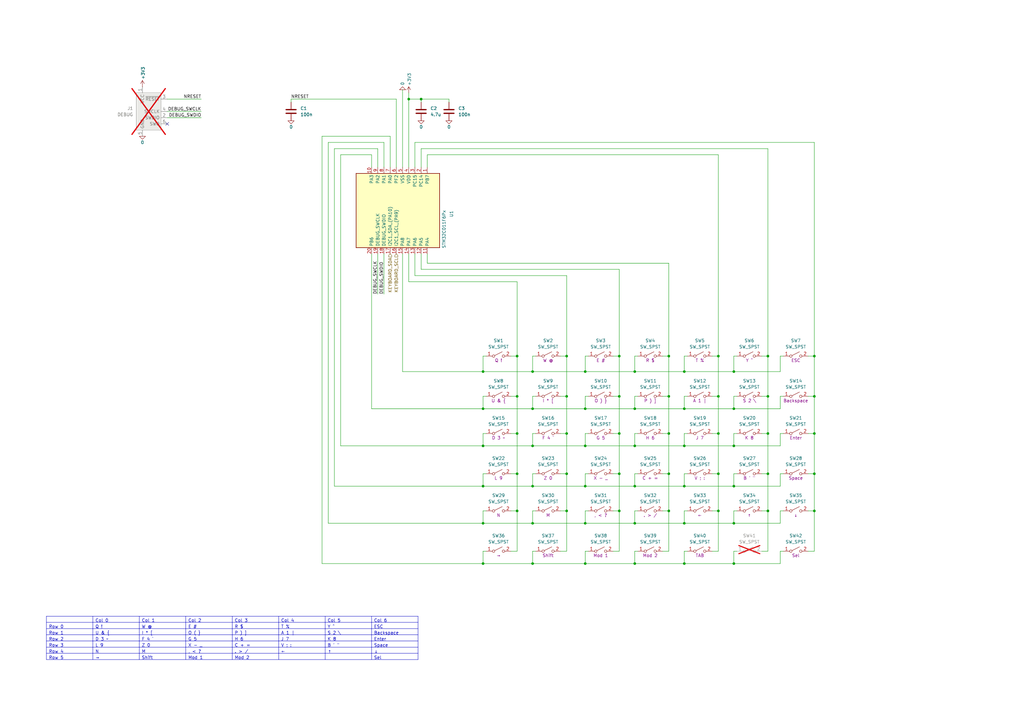
<source format=kicad_sch>
(kicad_sch (version 20250114) (generator "eeschema") (generator_version "9.0")
  (paper "A3")
  (title_block (title "Keyboard") (date "2025-07-20") (rev "A0") (company "WebWow") (comment 1 "Bjorn Hropot"))
  (junction (at 280.67 182.88))
  (junction (at 334.01 209.55))
  (junction (at 294.64 194.31))
  (junction (at 300.99 231.14))
  (junction (at 232.41 162.56))
  (junction (at 314.96 162.56))
  (junction (at 280.67 231.14))
  (junction (at 212.09 162.56))
  (junction (at 314.96 194.31))
  (junction (at 294.64 177.8))
  (junction (at 274.32 194.31))
  (junction (at 294.64 209.55))
  (junction (at 260.35 199.39))
  (junction (at 260.35 214.63))
  (junction (at 198.12 214.63))
  (junction (at 300.99 199.39))
  (junction (at 300.99 182.88))
  (junction (at 198.12 182.88))
  (junction (at 260.35 167.64))
  (junction (at 198.12 167.64))
  (junction (at 294.64 162.56))
  (junction (at 232.41 177.8))
  (junction (at 300.99 167.64))
  (junction (at 218.44 152.4))
  (junction (at 198.12 152.4))
  (junction (at 254 194.31))
  (junction (at 254 162.56))
  (junction (at 232.41 209.55))
  (junction (at 212.09 146.05))
  (junction (at 218.44 182.88))
  (junction (at 218.44 199.39))
  (junction (at 314.96 146.05))
  (junction (at 280.67 199.39))
  (junction (at 218.44 167.64))
  (junction (at 232.41 146.05))
  (junction (at 198.12 231.14))
  (junction (at 314.96 177.8))
  (junction (at 198.12 199.39))
  (junction (at 218.44 214.63))
  (junction (at 254 209.55))
  (junction (at 280.67 167.64))
  (junction (at 274.32 162.56))
  (junction (at 260.35 182.88))
  (junction (at 240.03 182.88))
  (junction (at 274.32 146.05))
  (junction (at 172.72 40.64))
  (junction (at 294.64 146.05))
  (junction (at 274.32 177.8))
  (junction (at 334.01 162.56))
  (junction (at 212.09 177.8))
  (junction (at 212.09 194.31))
  (junction (at 212.09 209.55))
  (junction (at 240.03 152.4))
  (junction (at 280.67 214.63))
  (junction (at 240.03 167.64))
  (junction (at 260.35 152.4))
  (junction (at 280.67 152.4))
  (junction (at 300.99 152.4))
  (junction (at 167.64 40.64))
  (junction (at 334.01 194.31))
  (junction (at 334.01 177.8))
  (junction (at 300.99 214.63))
  (junction (at 260.35 231.14))
  (junction (at 240.03 214.63))
  (junction (at 254 146.05))
  (junction (at 218.44 231.14))
  (junction (at 232.41 194.31))
  (junction (at 274.32 209.55))
  (junction (at 254 177.8))
  (junction (at 314.96 209.55))
  (junction (at 240.03 231.14))
  (junction (at 240.03 199.39))
  (junction (at 334.01 146.05))
  (no_connect (at 68.58 50.8))
  (wire (pts (xy 292.1 146.05) (xy 294.64 146.05)))
  (wire (pts (xy 167.64 115.57) (xy 212.09 115.57)))
  (wire (pts (xy 294.64 209.55) (xy 294.64 226.06)))
  (wire (pts (xy 219.71 194.31) (xy 218.44 194.31)))
  (wire (pts (xy 280.67 177.8) (xy 280.67 182.88)))
  (wire (pts (xy 294.64 177.8) (xy 294.64 194.31)))
  (wire (pts (xy 292.1 177.8) (xy 294.64 177.8)))
  (wire (pts (xy 167.64 38.1) (xy 167.64 40.64)))
  (wire (pts (xy 240.03 194.31) (xy 241.3 194.31)))
  (wire (pts (xy 334.01 58.42) (xy 334.01 146.05)))
  (wire (pts (xy 157.48 68.58) (xy 157.48 58.42)))
  (wire (pts (xy 152.4 167.64) (xy 198.12 167.64)))
  (wire (pts (xy 218.44 214.63) (xy 240.03 214.63)))
  (wire (pts (xy 314.96 60.96) (xy 314.96 146.05)))
  (wire (pts (xy 280.67 209.55) (xy 281.94 209.55)))
  (wire (pts (xy 212.09 194.31) (xy 212.09 209.55)))
  (wire (pts (xy 167.64 104.14) (xy 167.64 115.57)))
  (wire (pts (xy 334.01 162.56) (xy 334.01 177.8)))
  (wire (pts (xy 320.04 194.31) (xy 321.31 194.31)))
  (wire (pts (xy 254 146.05) (xy 254 162.56)))
  (wire (pts (xy 271.78 162.56) (xy 274.32 162.56)))
  (wire (pts (xy 251.46 162.56) (xy 254 162.56)))
  (wire (pts (xy 198.12 214.63) (xy 218.44 214.63)))
  (wire (pts (xy 240.03 182.88) (xy 260.35 182.88)))
  (wire (pts (xy 320.04 177.8) (xy 320.04 182.88)))
  (wire (pts (xy 240.03 231.14) (xy 260.35 231.14)))
  (wire (pts (xy 219.71 162.56) (xy 218.44 162.56)))
  (wire (pts (xy 251.46 177.8) (xy 254 177.8)))
  (wire (pts (xy 184.15 41.91) (xy 184.15 40.64)))
  (wire (pts (xy 209.55 194.31) (xy 212.09 194.31)))
  (wire (pts (xy 281.94 162.56) (xy 280.67 162.56)))
  (wire (pts (xy 254 110.49) (xy 254 146.05)))
  (wire (pts (xy 280.67 199.39) (xy 300.99 199.39)))
  (wire (pts (xy 320.04 209.55) (xy 321.31 209.55)))
  (wire (pts (xy 280.67 182.88) (xy 300.99 182.88)))
  (wire (pts (xy 300.99 199.39) (xy 320.04 199.39)))
  (wire (pts (xy 218.44 209.55) (xy 218.44 214.63)))
  (wire (pts (xy 280.67 162.56) (xy 280.67 167.64)))
  (wire (pts (xy 241.3 162.56) (xy 240.03 162.56)))
  (wire (pts (xy 232.41 194.31) (xy 232.41 209.55)))
  (wire (pts (xy 251.46 209.55) (xy 254 209.55)))
  (wire (pts (xy 152.4 104.14) (xy 152.4 167.64)))
  (wire (pts (xy 280.67 214.63) (xy 300.99 214.63)))
  (wire (pts (xy 300.99 177.8) (xy 300.99 182.88)))
  (wire (pts (xy 157.48 58.42) (xy 134.62 58.42)))
  (wire (pts (xy 331.47 177.8) (xy 334.01 177.8)))
  (wire (pts (xy 134.62 58.42) (xy 134.62 214.63)))
  (wire (pts (xy 232.41 113.03) (xy 232.41 146.05)))
  (wire (pts (xy 218.44 194.31) (xy 218.44 199.39)))
  (wire (pts (xy 218.44 199.39) (xy 240.03 199.39)))
  (wire (pts (xy 240.03 167.64) (xy 260.35 167.64)))
  (wire (pts (xy 302.26 146.05) (xy 300.99 146.05)))
  (wire (pts (xy 152.4 68.58) (xy 152.4 63.5)))
  (wire (pts (xy 260.35 209.55) (xy 260.35 214.63)))
  (wire (pts (xy 198.12 209.55) (xy 198.12 214.63)))
  (wire (pts (xy 132.08 55.88) (xy 132.08 231.14)))
  (wire (pts (xy 240.03 226.06) (xy 241.3 226.06)))
  (wire (pts (xy 261.62 177.8) (xy 260.35 177.8)))
  (wire (pts (xy 312.42 194.31) (xy 314.96 194.31)))
  (wire (pts (xy 175.26 68.58) (xy 175.26 63.5)))
  (wire (pts (xy 219.71 177.8) (xy 218.44 177.8)))
  (wire (pts (xy 300.99 146.05) (xy 300.99 152.4)))
  (wire (pts (xy 209.55 209.55) (xy 212.09 209.55)))
  (wire (pts (xy 241.3 177.8) (xy 240.03 177.8)))
  (wire (pts (xy 254 209.55) (xy 254 226.06)))
  (wire (pts (xy 260.35 214.63) (xy 280.67 214.63)))
  (wire (pts (xy 331.47 162.56) (xy 334.01 162.56)))
  (wire (pts (xy 271.78 146.05) (xy 274.32 146.05)))
  (wire (pts (xy 274.32 209.55) (xy 274.32 226.06)))
  (wire (pts (xy 281.94 146.05) (xy 280.67 146.05)))
  (wire (pts (xy 170.18 113.03) (xy 232.41 113.03)))
  (wire (pts (xy 229.87 209.55) (xy 232.41 209.55)))
  (wire (pts (xy 294.64 226.06) (xy 292.1 226.06)))
  (wire (pts (xy 82.55 45.72) (xy 68.58 45.72)))
  (wire (pts (xy 312.42 162.56) (xy 314.96 162.56)))
  (wire (pts (xy 314.96 177.8) (xy 314.96 194.31)))
  (wire (pts (xy 218.44 162.56) (xy 218.44 167.64)))
  (wire (pts (xy 331.47 146.05) (xy 334.01 146.05)))
  (wire (pts (xy 274.32 226.06) (xy 271.78 226.06)))
  (wire (pts (xy 132.08 231.14) (xy 198.12 231.14)))
  (wire (pts (xy 280.67 146.05) (xy 280.67 152.4)))
  (wire (pts (xy 294.64 194.31) (xy 294.64 209.55)))
  (wire (pts (xy 229.87 162.56) (xy 232.41 162.56)))
  (wire (pts (xy 139.7 182.88) (xy 198.12 182.88)))
  (wire (pts (xy 260.35 194.31) (xy 261.62 194.31)))
  (wire (pts (xy 199.39 162.56) (xy 198.12 162.56)))
  (wire (pts (xy 320.04 162.56) (xy 320.04 167.64)))
  (wire (pts (xy 240.03 226.06) (xy 240.03 231.14)))
  (wire (pts (xy 198.12 194.31) (xy 199.39 194.31)))
  (wire (pts (xy 321.31 177.8) (xy 320.04 177.8)))
  (wire (pts (xy 300.99 194.31) (xy 302.26 194.31)))
  (wire (pts (xy 167.64 40.64) (xy 167.64 68.58)))
  (wire (pts (xy 167.64 40.64) (xy 172.72 40.64)))
  (wire (pts (xy 320.04 226.06) (xy 321.31 226.06)))
  (wire (pts (xy 280.67 209.55) (xy 280.67 214.63)))
  (wire (pts (xy 199.39 146.05) (xy 198.12 146.05)))
  (wire (pts (xy 300.99 209.55) (xy 302.26 209.55)))
  (wire (pts (xy 254 177.8) (xy 254 194.31)))
  (wire (pts (xy 172.72 60.96) (xy 314.96 60.96)))
  (wire (pts (xy 300.99 209.55) (xy 300.99 214.63)))
  (wire (pts (xy 260.35 146.05) (xy 260.35 152.4)))
  (wire (pts (xy 260.35 194.31) (xy 260.35 199.39)))
  (wire (pts (xy 300.99 194.31) (xy 300.99 199.39)))
  (wire (pts (xy 232.41 177.8) (xy 232.41 194.31)))
  (wire (pts (xy 198.12 226.06) (xy 198.12 231.14)))
  (wire (pts (xy 219.71 226.06) (xy 218.44 226.06)))
  (wire (pts (xy 175.26 104.14) (xy 175.26 107.95)))
  (wire (pts (xy 209.55 177.8) (xy 212.09 177.8)))
  (wire (pts (xy 280.67 152.4) (xy 300.99 152.4)))
  (wire (pts (xy 302.26 177.8) (xy 300.99 177.8)))
  (wire (pts (xy 300.99 152.4) (xy 320.04 152.4)))
  (wire (pts (xy 240.03 209.55) (xy 240.03 214.63)))
  (wire (pts (xy 280.67 226.06) (xy 281.94 226.06)))
  (wire (pts (xy 240.03 152.4) (xy 260.35 152.4)))
  (wire (pts (xy 334.01 146.05) (xy 334.01 162.56)))
  (wire (pts (xy 218.44 177.8) (xy 218.44 182.88)))
  (wire (pts (xy 294.64 162.56) (xy 294.64 177.8)))
  (wire (pts (xy 198.12 177.8) (xy 198.12 182.88)))
  (wire (pts (xy 280.67 226.06) (xy 280.67 231.14)))
  (wire (pts (xy 209.55 146.05) (xy 212.09 146.05)))
  (wire (pts (xy 274.32 107.95) (xy 274.32 146.05)))
  (wire (pts (xy 172.72 68.58) (xy 172.72 60.96)))
  (wire (pts (xy 229.87 146.05) (xy 232.41 146.05)))
  (wire (pts (xy 320.04 209.55) (xy 320.04 214.63)))
  (wire (pts (xy 139.7 63.5) (xy 139.7 182.88)))
  (wire (pts (xy 232.41 162.56) (xy 232.41 177.8)))
  (wire (pts (xy 280.67 231.14) (xy 300.99 231.14)))
  (wire (pts (xy 170.18 58.42) (xy 334.01 58.42)))
  (wire (pts (xy 162.56 40.64) (xy 162.56 68.58)))
  (wire (pts (xy 274.32 194.31) (xy 274.32 209.55)))
  (wire (pts (xy 320.04 226.06) (xy 320.04 231.14)))
  (wire (pts (xy 260.35 231.14) (xy 280.67 231.14)))
  (wire (pts (xy 320.04 146.05) (xy 320.04 152.4)))
  (wire (pts (xy 260.35 177.8) (xy 260.35 182.88)))
  (wire (pts (xy 160.02 55.88) (xy 132.08 55.88)))
  (wire (pts (xy 321.31 162.56) (xy 320.04 162.56)))
  (wire (pts (xy 240.03 209.55) (xy 241.3 209.55)))
  (wire (pts (xy 175.26 107.95) (xy 274.32 107.95)))
  (wire (pts (xy 198.12 167.64) (xy 218.44 167.64)))
  (wire (pts (xy 260.35 226.06) (xy 261.62 226.06)))
  (wire (pts (xy 165.1 104.14) (xy 165.1 152.4)))
  (wire (pts (xy 218.44 182.88) (xy 240.03 182.88)))
  (wire (pts (xy 232.41 209.55) (xy 232.41 226.06)))
  (wire (pts (xy 154.94 60.96) (xy 137.16 60.96)))
  (wire (pts (xy 240.03 214.63) (xy 260.35 214.63)))
  (wire (pts (xy 232.41 146.05) (xy 232.41 162.56)))
  (wire (pts (xy 314.96 194.31) (xy 314.96 209.55)))
  (wire (pts (xy 165.1 152.4) (xy 198.12 152.4)))
  (wire (pts (xy 254 226.06) (xy 251.46 226.06)))
  (wire (pts (xy 280.67 194.31) (xy 280.67 199.39)))
  (wire (pts (xy 274.32 177.8) (xy 274.32 194.31)))
  (wire (pts (xy 198.12 146.05) (xy 198.12 152.4)))
  (wire (pts (xy 280.67 167.64) (xy 300.99 167.64)))
  (wire (pts (xy 240.03 162.56) (xy 240.03 167.64)))
  (wire (pts (xy 260.35 152.4) (xy 280.67 152.4)))
  (wire (pts (xy 302.26 162.56) (xy 300.99 162.56)))
  (wire (pts (xy 154.94 120.65) (xy 154.94 104.14)))
  (wire (pts (xy 300.99 226.06) (xy 302.26 226.06)))
  (wire (pts (xy 209.55 162.56) (xy 212.09 162.56)))
  (wire (pts (xy 170.18 68.58) (xy 170.18 58.42)))
  (wire (pts (xy 260.35 162.56) (xy 260.35 167.64)))
  (wire (pts (xy 292.1 194.31) (xy 294.64 194.31)))
  (wire (pts (xy 219.71 209.55) (xy 218.44 209.55)))
  (wire (pts (xy 134.62 214.63) (xy 198.12 214.63)))
  (wire (pts (xy 260.35 182.88) (xy 280.67 182.88)))
  (wire (pts (xy 300.99 182.88) (xy 320.04 182.88)))
  (wire (pts (xy 212.09 146.05) (xy 212.09 162.56)))
  (wire (pts (xy 294.64 146.05) (xy 294.64 162.56)))
  (wire (pts (xy 137.16 199.39) (xy 198.12 199.39)))
  (wire (pts (xy 260.35 199.39) (xy 280.67 199.39)))
  (wire (pts (xy 300.99 226.06) (xy 300.99 231.14)))
  (wire (pts (xy 218.44 152.4) (xy 240.03 152.4)))
  (wire (pts (xy 154.94 68.58) (xy 154.94 60.96)))
  (wire (pts (xy 321.31 146.05) (xy 320.04 146.05)))
  (wire (pts (xy 218.44 226.06) (xy 218.44 231.14)))
  (wire (pts (xy 300.99 231.14) (xy 320.04 231.14)))
  (wire (pts (xy 240.03 194.31) (xy 240.03 199.39)))
  (wire (pts (xy 212.09 162.56) (xy 212.09 177.8)))
  (wire (pts (xy 292.1 209.55) (xy 294.64 209.55)))
  (wire (pts (xy 198.12 152.4) (xy 218.44 152.4)))
  (wire (pts (xy 312.42 146.05) (xy 314.96 146.05)))
  (wire (pts (xy 312.42 209.55) (xy 314.96 209.55)))
  (wire (pts (xy 198.12 199.39) (xy 218.44 199.39)))
  (wire (pts (xy 334.01 226.06) (xy 331.47 226.06)))
  (wire (pts (xy 199.39 177.8) (xy 198.12 177.8)))
  (wire (pts (xy 212.09 209.55) (xy 212.09 226.06)))
  (wire (pts (xy 331.47 194.31) (xy 334.01 194.31)))
  (wire (pts (xy 274.32 162.56) (xy 274.32 177.8)))
  (wire (pts (xy 300.99 214.63) (xy 320.04 214.63)))
  (wire (pts (xy 198.12 162.56) (xy 198.12 167.64)))
  (wire (pts (xy 157.48 120.65) (xy 157.48 104.14)))
  (wire (pts (xy 271.78 209.55) (xy 274.32 209.55)))
  (wire (pts (xy 240.03 146.05) (xy 240.03 152.4)))
  (wire (pts (xy 119.38 40.64) (xy 162.56 40.64)))
  (wire (pts (xy 229.87 194.31) (xy 232.41 194.31)))
  (wire (pts (xy 160.02 68.58) (xy 160.02 55.88)))
  (wire (pts (xy 260.35 209.55) (xy 261.62 209.55)))
  (wire (pts (xy 260.35 167.64) (xy 280.67 167.64)))
  (wire (pts (xy 198.12 226.06) (xy 199.39 226.06)))
  (wire (pts (xy 314.96 162.56) (xy 314.96 177.8)))
  (wire (pts (xy 212.09 226.06) (xy 209.55 226.06)))
  (wire (pts (xy 218.44 167.64) (xy 240.03 167.64)))
  (wire (pts (xy 251.46 194.31) (xy 254 194.31)))
  (wire (pts (xy 280.67 194.31) (xy 281.94 194.31)))
  (wire (pts (xy 261.62 162.56) (xy 260.35 162.56)))
  (wire (pts (xy 198.12 209.55) (xy 199.39 209.55)))
  (wire (pts (xy 260.35 226.06) (xy 260.35 231.14)))
  (wire (pts (xy 152.4 63.5) (xy 139.7 63.5)))
  (wire (pts (xy 274.32 146.05) (xy 274.32 162.56)))
  (wire (pts (xy 212.09 115.57) (xy 212.09 146.05)))
  (wire (pts (xy 198.12 231.14) (xy 218.44 231.14)))
  (wire (pts (xy 294.64 63.5) (xy 294.64 146.05)))
  (wire (pts (xy 314.96 146.05) (xy 314.96 162.56)))
  (wire (pts (xy 184.15 40.64) (xy 172.72 40.64)))
  (wire (pts (xy 212.09 177.8) (xy 212.09 194.31)))
  (wire (pts (xy 254 194.31) (xy 254 209.55)))
  (wire (pts (xy 198.12 194.31) (xy 198.12 199.39)))
  (wire (pts (xy 300.99 167.64) (xy 320.04 167.64)))
  (wire (pts (xy 281.94 177.8) (xy 280.67 177.8)))
  (wire (pts (xy 334.01 177.8) (xy 334.01 194.31)))
  (wire (pts (xy 82.55 48.26) (xy 68.58 48.26)))
  (wire (pts (xy 312.42 177.8) (xy 314.96 177.8)))
  (wire (pts (xy 292.1 162.56) (xy 294.64 162.56)))
  (wire (pts (xy 334.01 194.31) (xy 334.01 209.55)))
  (wire (pts (xy 198.12 182.88) (xy 218.44 182.88)))
  (wire (pts (xy 175.26 63.5) (xy 294.64 63.5)))
  (wire (pts (xy 172.72 40.64) (xy 172.72 41.91)))
  (wire (pts (xy 251.46 146.05) (xy 254 146.05)))
  (wire (pts (xy 172.72 104.14) (xy 172.72 110.49)))
  (wire (pts (xy 232.41 226.06) (xy 229.87 226.06)))
  (wire (pts (xy 219.71 146.05) (xy 218.44 146.05)))
  (wire (pts (xy 82.55 40.64) (xy 68.58 40.64)))
  (wire (pts (xy 241.3 146.05) (xy 240.03 146.05)))
  (wire (pts (xy 320.04 194.31) (xy 320.04 199.39)))
  (wire (pts (xy 331.47 209.55) (xy 334.01 209.55)))
  (wire (pts (xy 229.87 177.8) (xy 232.41 177.8)))
  (wire (pts (xy 240.03 199.39) (xy 260.35 199.39)))
  (wire (pts (xy 137.16 60.96) (xy 137.16 199.39)))
  (wire (pts (xy 119.38 40.64) (xy 119.38 41.91)))
  (wire (pts (xy 261.62 146.05) (xy 260.35 146.05)))
  (wire (pts (xy 300.99 162.56) (xy 300.99 167.64)))
  (wire (pts (xy 271.78 177.8) (xy 274.32 177.8)))
  (wire (pts (xy 165.1 36.83) (xy 165.1 68.58)))
  (wire (pts (xy 271.78 194.31) (xy 274.32 194.31)))
  (wire (pts (xy 218.44 146.05) (xy 218.44 152.4)))
  (wire (pts (xy 172.72 110.49) (xy 254 110.49)))
  (wire (pts (xy 240.03 177.8) (xy 240.03 182.88)))
  (wire (pts (xy 314.96 226.06) (xy 312.42 226.06)))
  (wire (pts (xy 334.01 209.55) (xy 334.01 226.06)))
  (wire (pts (xy 170.18 104.14) (xy 170.18 113.03)))
  (wire (pts (xy 218.44 231.14) (xy 240.03 231.14)))
  (wire (pts (xy 314.96 209.55) (xy 314.96 226.06)))
  (wire (pts (xy 254 162.56) (xy 254 177.8)))
  (table (column_count 8) (border (external yes) (header yes)) (separators (rows yes) (cols yes)) (column_widths 19.05 19.05 19.05 19.05 19.05 19.05 19.05 19.05) (row_heights 2.54 2.54 2.54 2.54 2.54 2.54 2.54) (cells (table_cell "" (at 19.05 252.73 0) (size 19.05 2.54) (margins 0.9525 0.9525 0.9525 0.9525) (span 1 1)) (table_cell "Col 0" (at 38.1 252.73 0) (size 19.05 2.54) (margins 0.9525 0.9525 0.9525 0.9525) (span 1 1)) (table_cell "Col 1" (at 57.15 252.73 0) (size 19.05 2.54) (margins 0.9525 0.9525 0.9525 0.9525) (span 1 1)) (table_cell "Col 2" (at 76.2 252.73 0) (size 19.05 2.54) (margins 0.9525 0.9525 0.9525 0.9525) (span 1 1)) (table_cell "Col 3" (at 95.25 252.73 0) (size 19.05 2.54) (margins 0.9525 0.9525 0.9525 0.9525) (span 1 1)) (table_cell "Col 4" (at 114.3 252.73 0) (size 19.05 2.54) (margins 0.9525 0.9525 0.9525 0.9525) (span 1 1)) (table_cell "Col 5" (at 133.35 252.73 0) (size 19.05 2.54) (margins 0.9525 0.9525 0.9525 0.9525) (span 1 1)) (table_cell "Col 6" (at 152.4 252.73 0) (size 19.05 2.54) (margins 0.9525 0.9525 0.9525 0.9525) (span 1 1)) (table_cell "Row 0" (at 19.05 255.27 0) (size 19.05 2.54) (margins 0.9525 0.9525 0.9525 0.9525) (span 1 1)) (table_cell "Q !" (at 38.1 255.27 0) (size 19.05 2.54) (margins 0.9525 0.9525 0.9525 0.9525) (span 1 1)) (table_cell "W @" (at 57.15 255.27 0) (size 19.05 2.54) (margins 0.9525 0.9525 0.9525 0.9525) (span 1 1)) (table_cell "E # " (at 76.2 255.27 0) (size 19.05 2.54) (margins 0.9525 0.9525 0.9525 0.9525) (span 1 1)) (table_cell "R $" (at 95.25 255.27 0) (size 19.05 2.54) (margins 0.9525 0.9525 0.9525 0.9525) (span 1 1)) (table_cell "T %" (at 114.3 255.27 0) (size 19.05 2.54) (margins 0.9525 0.9525 0.9525 0.9525) (span 1 1)) (table_cell "Y ^" (at 133.35 255.27 0) (size 19.05 2.54) (margins 0.9525 0.9525 0.9525 0.9525) (span 1 1)) (table_cell "ESC" (at 152.4 255.27 0) (size 19.05 2.54) (margins 0.9525 0.9525 0.9525 0.9525) (span 1 1)) (table_cell "Row 1" (at 19.05 257.81 0) (size 19.05 2.54) (margins 0.9525 0.9525 0.9525 0.9525) (span 1 1)) (table_cell "U & {" (at 38.1 257.81 0) (size 19.05 2.54) (margins 0.9525 0.9525 0.9525 0.9525) (span 1 1)) (table_cell "I * [" (at 57.15 257.81 0) (size 19.05 2.54) (margins 0.9525 0.9525 0.9525 0.9525) (span 1 1)) (table_cell "O ( }" (at 76.2 257.81 0) (size 19.05 2.54) (margins 0.9525 0.9525 0.9525 0.9525) (span 1 1)) (table_cell "P ) ]" (at 95.25 257.81 0) (size 19.05 2.54) (margins 0.9525 0.9525 0.9525 0.9525) (span 1 1)) (table_cell "A 1 |" (at 114.3 257.81 0) (size 19.05 2.54) (margins 0.9525 0.9525 0.9525 0.9525) (span 1 1)) (table_cell "S 2 \\" (at 133.35 257.81 0) (size 19.05 2.54) (margins 0.9525 0.9525 0.9525 0.9525) (span 1 1)) (table_cell "Backspace" (at 152.4 257.81 0) (size 19.05 2.54) (margins 0.9525 0.9525 0.9525 0.9525) (span 1 1)) (table_cell "Row 2" (at 19.05 260.35 0) (size 19.05 2.54) (margins 0.9525 0.9525 0.9525 0.9525) (span 1 1)) (table_cell "D 3 ~" (at 38.1 260.35 0) (size 19.05 2.54) (margins 0.9525 0.9525 0.9525 0.9525) (span 1 1)) (table_cell "F 4 `" (at 57.15 260.35 0) (size 19.05 2.54) (margins 0.9525 0.9525 0.9525 0.9525) (span 1 1)) (table_cell "G 5" (at 76.2 260.35 0) (size 19.05 2.54) (margins 0.9525 0.9525 0.9525 0.9525) (span 1 1)) (table_cell "H 6 " (at 95.25 260.35 0) (size 19.05 2.54) (margins 0.9525 0.9525 0.9525 0.9525) (span 1 1)) (table_cell "J 7" (at 114.3 260.35 0) (size 19.05 2.54) (margins 0.9525 0.9525 0.9525 0.9525) (span 1 1)) (table_cell "K 8" (at 133.35 260.35 0) (size 19.05 2.54) (margins 0.9525 0.9525 0.9525 0.9525) (span 1 1)) (table_cell "Enter" (at 152.4 260.35 0) (size 19.05 2.54) (margins 0.9525 0.9525 0.9525 0.9525) (span 1 1)) (table_cell "Row 3" (at 19.05 262.89 0) (size 19.05 2.54) (margins 0.9525 0.9525 0.9525 0.9525) (span 1 1)) (table_cell "L 9" (at 38.1 262.89 0) (size 19.05 2.54) (margins 0.9525 0.9525 0.9525 0.9525) (span 1 1)) (table_cell "Z 0" (at 57.15 262.89 0) (size 19.05 2.54) (margins 0.9525 0.9525 0.9525 0.9525) (span 1 1)) (table_cell "X - _" (at 76.2 262.89 0) (size 19.05 2.54) (margins 0.9525 0.9525 0.9525 0.9525) (span 1 1)) (table_cell "C + =" (at 95.25 262.89 0) (size 19.05 2.54) (margins 0.9525 0.9525 0.9525 0.9525) (span 1 1)) (table_cell "V ; :" (at 114.3 262.89 0) (size 19.05 2.54) (margins 0.9525 0.9525 0.9525 0.9525) (span 1 1)) (table_cell "B ' \"" (at 133.35 262.89 0) (size 19.05 2.54) (margins 0.9525 0.9525 0.9525 0.9525) (span 1 1)) (table_cell "Space" (at 152.4 262.89 0) (size 19.05 2.54) (margins 0.9525 0.9525 0.9525 0.9525) (span 1 1)) (table_cell "Row 4" (at 19.05 265.43 0) (size 19.05 2.54) (margins 0.9525 0.9525 0.9525 0.9525) (span 1 1)) (table_cell "N" (at 38.1 265.43 0) (size 19.05 2.54) (margins 0.9525 0.9525 0.9525 0.9525) (span 1 1)) (table_cell "M " (at 57.15 265.43 0) (size 19.05 2.54) (margins 0.9525 0.9525 0.9525 0.9525) (span 1 1)) (table_cell ", < ?" (at 76.2 265.43 0) (size 19.05 2.54) (margins 0.9525 0.9525 0.9525 0.9525) (span 1 1)) (table_cell ". > /" (at 95.25 265.43 0) (size 19.05 2.54) (margins 0.9525 0.9525 0.9525 0.9525) (span 1 1)) (table_cell "←" (at 114.3 265.43 0) (size 19.05 2.54) (margins 0.9525 0.9525 0.9525 0.9525) (span 1 1)) (table_cell "↑" (at 133.35 265.43 0) (size 19.05 2.54) (margins 0.9525 0.9525 0.9525 0.9525) (span 1 1)) (table_cell "↓" (at 152.4 265.43 0) (size 19.05 2.54) (margins 0.9525 0.9525 0.9525 0.9525) (span 1 1)) (table_cell "Row 5" (at 19.05 267.97 0) (size 19.05 2.54) (margins 0.9525 0.9525 0.9525 0.9525) (span 1 1)) (table_cell "→" (at 38.1 267.97 0) (size 19.05 2.54) (margins 0.9525 0.9525 0.9525 0.9525) (span 1 1)) (table_cell "Shift" (at 57.15 267.97 0) (size 19.05 2.54) (margins 0.9525 0.9525 0.9525 0.9525) (span 1 1)) (table_cell "Mod 1" (at 76.2 267.97 0) (size 19.05 2.54) (margins 0.9525 0.9525 0.9525 0.9525) (span 1 1)) (table_cell "Mod 2" (at 95.25 267.97 0) (size 19.05 2.54) (margins 0.9525 0.9525 0.9525 0.9525) (span 1 1)) (table_cell "" (at 114.3 267.97 0) (size 19.05 2.54) (margins 0.9525 0.9525 0.9525 0.9525) (span 1 1)) (table_cell "" (at 133.35 267.97 0) (size 19.05 2.54) (margins 0.9525 0.9525 0.9525 0.9525) (span 1 1)) (table_cell "Sel" (at 152.4 267.97 0) (size 19.05 2.54) (margins 0.9525 0.9525 0.9525 0.9525) (span 1 1))))
  (label "DEBUG_SWCLK" (at 82.55 45.72 180))
  (label "NRESET" (at 82.55 40.64 180))
  (label "DEBUG_SWDIO" (at 82.55 48.26 180))
  (label "DEBUG_SWCLK" (at 154.94 120.65 90))
  (label "NRESET" (at 119.38 40.64 0))
  (label "DEBUG_SWDIO" (at 157.48 120.65 90))
  (hierarchical_label "KEYBOARD_SDA" (shape input) (at 160.02 104.14 270))
  (hierarchical_label "KEYBOARD_SCL" (shape input) (at 162.56 104.14 270))
  (symbol (lib_id "Simulation_SPICE:0") (at 184.15 49.53 0) (unit 1)
    (property "Reference" "#GND04" (effects (hide yes)))
    (property "Value" "0" (at 184.15 52.07 0))
    (property "Datasheet" "https://ngspice.sourceforge.io/docs/ngspice-html-manual/manual.xhtml#subsec_Circuit_elements__device" (effects (hide yes)))
    (property "Description" "0V reference potential for simulation" (effects (hide yes)))
  )
  (symbol (lib_id "Switch:SW_SPST") (at 204.47 146.05 0) (unit 1)
    (property "Reference" "SW1" (at 204.47 139.7 0))
    (property "Value" "SW_SPST" (at 204.47 142.24 0))
    (property "Footprint" "Button_Switch_SMD:SW_Tactile_SPST_NO_Straight_CK_PTS636Sx25SMTRLFS" (effects (hide yes)))
    (property "Datasheet" "datasheet/pts636.pdf" (effects (hide yes)))
    (property "Description" "SW SPST 6x3.5mm" (effects (hide yes)))
    (property "Manufacturer" "C&K" (effects (hide yes)))
    (property "Part Number" "PTS636SMG25JSMTR LFS" (effects (hide yes)))
    (property "Key Text" "Q !" (at 204.47 147.828 0))
  )
  (symbol (lib_id "Switch:SW_SPST") (at 266.7 177.8 0) (unit 1)
    (property "Reference" "SW18" (at 266.7 171.45 0))
    (property "Value" "SW_SPST" (at 266.7 173.99 0))
    (property "Footprint" "Button_Switch_SMD:SW_Tactile_SPST_NO_Straight_CK_PTS636Sx25SMTRLFS" (effects (hide yes)))
    (property "Datasheet" "datasheet/pts636.pdf" (effects (hide yes)))
    (property "Description" "SW SPST 6x3.5mm" (effects (hide yes)))
    (property "Manufacturer" "C&K" (effects (hide yes)))
    (property "Part Number" "PTS636SMG25JSMTR LFS" (effects (hide yes)))
    (property "Key Text" "H 6" (at 266.7 179.578 0))
  )
  (symbol (lib_id "Switch:SW_SPST") (at 224.79 146.05 0) (unit 1)
    (property "Reference" "SW2" (at 224.79 139.7 0))
    (property "Value" "SW_SPST" (at 224.79 142.24 0))
    (property "Footprint" "Button_Switch_SMD:SW_Tactile_SPST_NO_Straight_CK_PTS636Sx25SMTRLFS" (effects (hide yes)))
    (property "Datasheet" "datasheet/pts636.pdf" (effects (hide yes)))
    (property "Description" "SW SPST 6x3.5mm" (effects (hide yes)))
    (property "Manufacturer" "C&K" (effects (hide yes)))
    (property "Part Number" "PTS636SMG25JSMTR LFS" (effects (hide yes)))
    (property "Key Text" "W @" (at 224.79 147.828 0))
  )
  (symbol (lib_id "Switch:SW_SPST") (at 246.38 226.06 0) (unit 1)
    (property "Reference" "SW38" (at 246.38 219.71 0))
    (property "Value" "SW_SPST" (at 246.38 222.25 0))
    (property "Footprint" "Button_Switch_SMD:SW_Tactile_SPST_NO_Straight_CK_PTS636Sx25SMTRLFS" (effects (hide yes)))
    (property "Datasheet" "datasheet/pts636.pdf" (effects (hide yes)))
    (property "Description" "SW SPST 6x3.5mm" (effects (hide yes)))
    (property "Manufacturer" "C&K" (effects (hide yes)))
    (property "Part Number" "PTS636SMG25JSMTR LFS" (effects (hide yes)))
    (property "Key Text" "Mod 1" (at 246.38 227.838 0))
  )
  (symbol (lib_id "Switch:SW_SPST") (at 266.7 194.31 0) (unit 1)
    (property "Reference" "SW25" (at 266.7 187.96 0))
    (property "Value" "SW_SPST" (at 266.7 190.5 0))
    (property "Footprint" "Button_Switch_SMD:SW_Tactile_SPST_NO_Straight_CK_PTS636Sx25SMTRLFS" (effects (hide yes)))
    (property "Datasheet" "datasheet/pts636.pdf" (effects (hide yes)))
    (property "Description" "SW SPST 6x3.5mm" (effects (hide yes)))
    (property "Manufacturer" "C&K" (effects (hide yes)))
    (property "Part Number" "PTS636SMG25JSMTR LFS" (effects (hide yes)))
    (property "Key Text" "C + =" (at 266.7 196.088 0))
  )
  (symbol (lib_id "Switch:SW_SPST") (at 266.7 209.55 0) (unit 1)
    (property "Reference" "SW32" (at 266.7 203.2 0))
    (property "Value" "SW_SPST" (at 266.7 205.74 0))
    (property "Footprint" "Button_Switch_SMD:SW_Tactile_SPST_NO_Straight_CK_PTS636Sx25SMTRLFS" (effects (hide yes)))
    (property "Datasheet" "datasheet/pts636.pdf" (effects (hide yes)))
    (property "Description" "SW SPST 6x3.5mm" (effects (hide yes)))
    (property "Manufacturer" "C&K" (effects (hide yes)))
    (property "Part Number" "PTS636SMG25JSMTR LFS" (effects (hide yes)))
    (property "Key Text" ". > /" (at 266.7 211.328 0))
  )
  (symbol (lib_id "Simulation_SPICE:0") (at 58.42 55.88 0) (unit 1)
    (property "Reference" "#GND05" (effects (hide yes)))
    (property "Value" "0" (at 58.42 58.42 0))
    (property "Datasheet" "https://ngspice.sourceforge.io/docs/ngspice-html-manual/manual.xhtml#subsec_Circuit_elements__device" (effects (hide yes)))
    (property "Description" "0V reference potential for simulation" (effects (hide yes)))
  )
  (symbol (lib_id "Switch:SW_SPST") (at 307.34 194.31 0) (unit 1)
    (property "Reference" "SW27" (at 307.34 187.96 0))
    (property "Value" "SW_SPST" (at 307.34 190.5 0))
    (property "Footprint" "Button_Switch_SMD:SW_Tactile_SPST_NO_Straight_CK_PTS636Sx25SMTRLFS" (effects (hide yes)))
    (property "Datasheet" "datasheet/pts636.pdf" (effects (hide yes)))
    (property "Description" "SW SPST 6x3.5mm" (effects (hide yes)))
    (property "Manufacturer" "C&K" (effects (hide yes)))
    (property "Part Number" "PTS636SMG25JSMTR LFS" (effects (hide yes)))
    (property "Key Text" "B ' \"" (at 307.34 196.088 0))
  )
  (symbol (lib_id "Switch:SW_SPST") (at 246.38 194.31 0) (unit 1)
    (property "Reference" "SW24" (at 246.38 187.96 0))
    (property "Value" "SW_SPST" (at 246.38 190.5 0))
    (property "Footprint" "Button_Switch_SMD:SW_Tactile_SPST_NO_Straight_CK_PTS636Sx25SMTRLFS" (effects (hide yes)))
    (property "Datasheet" "datasheet/pts636.pdf" (effects (hide yes)))
    (property "Description" "SW SPST 6x3.5mm" (effects (hide yes)))
    (property "Manufacturer" "C&K" (effects (hide yes)))
    (property "Part Number" "PTS636SMG25JSMTR LFS" (effects (hide yes)))
    (property "Key Text" "X - _" (at 246.38 196.088 0))
  )
  (symbol (lib_id "Switch:SW_SPST") (at 266.7 146.05 0) (unit 1)
    (property "Reference" "SW4" (at 266.7 139.7 0))
    (property "Value" "SW_SPST" (at 266.7 142.24 0))
    (property "Footprint" "Button_Switch_SMD:SW_Tactile_SPST_NO_Straight_CK_PTS636Sx25SMTRLFS" (effects (hide yes)))
    (property "Datasheet" "datasheet/pts636.pdf" (effects (hide yes)))
    (property "Description" "SW SPST 6x3.5mm" (effects (hide yes)))
    (property "Manufacturer" "C&K" (effects (hide yes)))
    (property "Part Number" "PTS636SMG25JSMTR LFS" (effects (hide yes)))
    (property "Key Text" "R $" (at 266.7 147.828 0))
  )
  (symbol (lib_id "Switch:SW_SPST") (at 204.47 194.31 0) (unit 1)
    (property "Reference" "SW22" (at 204.47 187.96 0))
    (property "Value" "SW_SPST" (at 204.47 190.5 0))
    (property "Footprint" "Button_Switch_SMD:SW_Tactile_SPST_NO_Straight_CK_PTS636Sx25SMTRLFS" (effects (hide yes)))
    (property "Datasheet" "datasheet/pts636.pdf" (effects (hide yes)))
    (property "Description" "SW SPST 6x3.5mm" (effects (hide yes)))
    (property "Manufacturer" "C&K" (effects (hide yes)))
    (property "Part Number" "PTS636SMG25JSMTR LFS" (effects (hide yes)))
    (property "Key Text" "L 9" (at 204.47 196.088 0))
  )
  (symbol (lib_id "Switch:SW_SPST") (at 204.47 209.55 0) (unit 1)
    (property "Reference" "SW29" (at 204.47 203.2 0))
    (property "Value" "SW_SPST" (at 204.47 205.74 0))
    (property "Footprint" "Button_Switch_SMD:SW_Tactile_SPST_NO_Straight_CK_PTS636Sx25SMTRLFS" (effects (hide yes)))
    (property "Datasheet" "datasheet/pts636.pdf" (effects (hide yes)))
    (property "Description" "SW SPST 6x3.5mm" (effects (hide yes)))
    (property "Manufacturer" "C&K" (effects (hide yes)))
    (property "Part Number" "PTS636SMG25JSMTR LFS" (effects (hide yes)))
    (property "Key Text" "N" (at 204.47 211.328 0))
  )
  (symbol (lib_id "Switch:SW_SPST") (at 204.47 226.06 0) (unit 1)
    (property "Reference" "SW36" (at 204.47 219.71 0))
    (property "Value" "SW_SPST" (at 204.47 222.25 0))
    (property "Footprint" "Button_Switch_SMD:SW_Tactile_SPST_NO_Straight_CK_PTS636Sx25SMTRLFS" (effects (hide yes)))
    (property "Datasheet" "datasheet/pts636.pdf" (effects (hide yes)))
    (property "Description" "SW SPST 6x3.5mm" (effects (hide yes)))
    (property "Manufacturer" "C&K" (effects (hide yes)))
    (property "Part Number" "PTS636SMG25JSMTR LFS" (effects (hide yes)))
    (property "Key Text" "→" (at 204.47 227.838 0))
  )
  (symbol (lib_id "Switch:SW_SPST") (at 224.79 177.8 0) (unit 1)
    (property "Reference" "SW16" (at 224.79 171.45 0))
    (property "Value" "SW_SPST" (at 224.79 173.99 0))
    (property "Footprint" "Button_Switch_SMD:SW_Tactile_SPST_NO_Straight_CK_PTS636Sx25SMTRLFS" (effects (hide yes)))
    (property "Datasheet" "datasheet/pts636.pdf" (effects (hide yes)))
    (property "Description" "SW SPST 6x3.5mm" (effects (hide yes)))
    (property "Manufacturer" "C&K" (effects (hide yes)))
    (property "Part Number" "PTS636SMG25JSMTR LFS" (effects (hide yes)))
    (property "Key Text" "F 4 `" (at 224.79 179.578 0))
  )
  (symbol (lib_id "Switch:SW_SPST") (at 307.34 177.8 0) (unit 1)
    (property "Reference" "SW20" (at 307.34 171.45 0))
    (property "Value" "SW_SPST" (at 307.34 173.99 0))
    (property "Footprint" "Button_Switch_SMD:SW_Tactile_SPST_NO_Straight_CK_PTS636Sx25SMTRLFS" (effects (hide yes)))
    (property "Datasheet" "datasheet/pts636.pdf" (effects (hide yes)))
    (property "Description" "SW SPST 6x3.5mm" (effects (hide yes)))
    (property "Manufacturer" "C&K" (effects (hide yes)))
    (property "Part Number" "PTS636SMG25JSMTR LFS" (effects (hide yes)))
    (property "Key Text" "K 8" (at 307.34 179.578 0))
  )
  (symbol (lib_id "Device:C") (at 172.72 45.72 0) (unit 1)
    (property "Reference" "C2" (at 176.53 44.4499 0) (effects (justify left)))
    (property "Value" "4.7u" (at 176.53 46.9899 0) (effects (justify left)))
    (property "Footprint" "Capacitor_SMD:C_0201_0603Metric_Pad0.64x0.40mm_HandSolder" (effects (hide yes)))
    (property "Description" "Unpolarized capacitor" (effects (hide yes)))
  )
  (symbol (lib_id "Switch:SW_SPST") (at 307.34 226.06 0) (unit 1) (dnp yes)
    (property "Reference" "SW41" (at 307.34 219.71 0))
    (property "Value" "SW_SPST" (at 307.34 222.25 0))
    (property "Footprint" "Button_Switch_SMD:SW_Tactile_SPST_NO_Straight_CK_PTS636Sx25SMTRLFS" (effects (hide yes)))
    (property "Datasheet" "datasheet/pts636.pdf" (effects (hide yes)))
    (property "Description" "SW SPST 6x3.5mm" (effects (hide yes)))
    (property "Manufacturer" "C&K" (effects (hide yes)))
    (property "Part Number" "PTS636SMG25JSMTR LFS" (effects (hide yes)))
  )
  (symbol (lib_id "Switch:SW_SPST") (at 224.79 226.06 0) (unit 1)
    (property "Reference" "SW37" (at 224.79 219.71 0))
    (property "Value" "SW_SPST" (at 224.79 222.25 0))
    (property "Footprint" "Button_Switch_SMD:SW_Tactile_SPST_NO_Straight_CK_PTS636Sx25SMTRLFS" (effects (hide yes)))
    (property "Datasheet" "datasheet/pts636.pdf" (effects (hide yes)))
    (property "Description" "SW SPST 6x3.5mm" (effects (hide yes)))
    (property "Manufacturer" "C&K" (effects (hide yes)))
    (property "Part Number" "PTS636SMG25JSMTR LFS" (effects (hide yes)))
    (property "Key Text" "Shift" (at 224.79 227.838 0))
  )
  (symbol (lib_id "MCU_ST_STM32C0:STM32C011F6Px") (at 160.02 86.36 270) (unit 1)
    (property "Reference" "U1" (at 185.166 86.36 0) (effects (justify left)))
    (property "Value" "STM32C011F6Px" (at 182.118 86.106 0) (effects (justify left)))
    (property "Footprint" "Package_SO:TSSOP-20_4.4x6.5mm_P0.65mm" (effects (hide yes)))
    (property "Datasheet" "datsheet/stm32c011f6.pdf" (effects (hide yes)))
    (property "Description" "STMicroelectronics Arm Cortex-M0+ MCU, 32KB flash, 6KB RAM, 48 MHz, 2.0-3.6V, 18 GPIO, TSSOP20" (effects (hide yes)))
    (pin "16" (alternate "I2C1_SCL (PA9)"))
    (pin "17" (alternate "I2C1_SDA (PA10)"))
    (pin "18" (alternate "DEBUG_SWDIO"))
    (pin "19" (alternate "DEBUG_SWCLK"))
  )
  (symbol (lib_id "Switch:SW_SPST") (at 224.79 194.31 0) (unit 1)
    (property "Reference" "SW23" (at 224.79 187.96 0))
    (property "Value" "SW_SPST" (at 224.79 190.5 0))
    (property "Footprint" "Button_Switch_SMD:SW_Tactile_SPST_NO_Straight_CK_PTS636Sx25SMTRLFS" (effects (hide yes)))
    (property "Datasheet" "datasheet/pts636.pdf" (effects (hide yes)))
    (property "Description" "SW SPST 6x3.5mm" (effects (hide yes)))
    (property "Manufacturer" "C&K" (effects (hide yes)))
    (property "Part Number" "PTS636SMG25JSMTR LFS" (effects (hide yes)))
    (property "Key Text" "Z 0" (at 224.79 196.088 0))
  )
  (symbol (lib_id "Switch:SW_SPST") (at 287.02 226.06 0) (unit 1)
    (property "Reference" "SW40" (at 287.02 219.71 0))
    (property "Value" "SW_SPST" (at 287.02 222.25 0))
    (property "Footprint" "Button_Switch_SMD:SW_Tactile_SPST_NO_Straight_CK_PTS636Sx25SMTRLFS" (effects (hide yes)))
    (property "Datasheet" "datasheet/pts636.pdf" (effects (hide yes)))
    (property "Description" "SW SPST 6x3.5mm" (effects (hide yes)))
    (property "Manufacturer" "C&K" (effects (hide yes)))
    (property "Part Number" "PTS636SMG25JSMTR LFS" (effects (hide yes)))
    (property "Key Text" "TAB" (at 287.02 227.838 0))
  )
  (symbol (lib_id "Connector:Conn_ARM_SWD_TagConnect_TC2030") (at 60.96 45.72 0) (unit 1) (in_bom no) (dnp yes)
    (property "Reference" "J1" (at 54.61 44.4499 0) (effects (justify right)))
    (property "Value" "DEBUG" (at 54.61 46.9899 0) (effects (justify right)))
    (property "Footprint" "Connector:Tag-Connect_TC2030-IDC-FP_2x03_P1.27mm_Vertical" (effects (hide yes)))
    (property "Datasheet" "https://www.tag-connect.com/wp-content/uploads/bsk-pdf-manager/TC2030-CTX_1.pdf" (effects (hide yes)))
    (property "Description" "Tag-Connect ARM Cortex SWD JTAG connector, 6 pin" (effects (hide yes)))
  )
  (symbol (lib_id "Device:C") (at 119.38 45.72 0) (unit 1)
    (property "Reference" "C1" (at 123.19 44.4499 0) (effects (justify left)))
    (property "Value" "100n" (at 123.19 46.9899 0) (effects (justify left)))
    (property "Footprint" "Capacitor_SMD:C_0402_1005Metric_Pad0.74x0.62mm_HandSolder" (effects (hide yes)))
    (property "Description" "Unpolarized capacitor" (effects (hide yes)))
  )
  (symbol (lib_id "power:+3V3") (at 167.64 38.1 0) (unit 1)
    (property "Reference" "#PWR02" (effects (hide yes)))
    (property "Value" "+3V3" (at 167.894 32.512 90))
    (property "Description" "Power symbol creates a global label with name \"+3V3\"" (effects (hide yes)))
  )
  (symbol (lib_id "Switch:SW_SPST") (at 287.02 162.56 0) (unit 1)
    (property "Reference" "SW12" (at 287.02 156.21 0))
    (property "Value" "SW_SPST" (at 287.02 158.75 0))
    (property "Footprint" "Button_Switch_SMD:SW_Tactile_SPST_NO_Straight_CK_PTS636Sx25SMTRLFS" (effects (hide yes)))
    (property "Datasheet" "datasheet/pts636.pdf" (effects (hide yes)))
    (property "Description" "SW SPST 6x3.5mm" (effects (hide yes)))
    (property "Manufacturer" "C&K" (effects (hide yes)))
    (property "Part Number" "PTS636SMG25JSMTR LFS" (effects (hide yes)))
    (property "Key Text" "A 1 |" (at 287.02 164.338 0))
  )
  (symbol (lib_id "Switch:SW_SPST") (at 326.39 209.55 0) (unit 1)
    (property "Reference" "SW35" (at 326.39 203.2 0))
    (property "Value" "SW_SPST" (at 326.39 205.74 0))
    (property "Footprint" "Button_Switch_SMD:SW_Tactile_SPST_NO_Straight_CK_PTS636Sx25SMTRLFS" (effects (hide yes)))
    (property "Datasheet" "datasheet/pts636.pdf" (effects (hide yes)))
    (property "Description" "SW SPST 6x3.5mm" (effects (hide yes)))
    (property "Manufacturer" "C&K" (effects (hide yes)))
    (property "Part Number" "PTS636SMG25JSMTR LFS" (effects (hide yes)))
    (property "Key Text" "↓" (at 326.39 211.328 0))
  )
  (symbol (lib_id "Simulation_SPICE:0") (at 172.72 49.53 0) (unit 1)
    (property "Reference" "#GND03" (effects (hide yes)))
    (property "Value" "0" (at 172.72 52.07 0))
    (property "Datasheet" "https://ngspice.sourceforge.io/docs/ngspice-html-manual/manual.xhtml#subsec_Circuit_elements__device" (effects (hide yes)))
    (property "Description" "0V reference potential for simulation" (effects (hide yes)))
  )
  (symbol (lib_id "Switch:SW_SPST") (at 307.34 162.56 0) (unit 1)
    (property "Reference" "SW13" (at 307.34 156.21 0))
    (property "Value" "SW_SPST" (at 307.34 158.75 0))
    (property "Footprint" "Button_Switch_SMD:SW_Tactile_SPST_NO_Straight_CK_PTS636Sx25SMTRLFS" (effects (hide yes)))
    (property "Datasheet" "datasheet/pts636.pdf" (effects (hide yes)))
    (property "Description" "SW SPST 6x3.5mm" (effects (hide yes)))
    (property "Manufacturer" "C&K" (effects (hide yes)))
    (property "Part Number" "PTS636SMG25JSMTR LFS" (effects (hide yes)))
    (property "Key Text" "S 2 \\" (at 307.34 164.338 0))
  )
  (symbol (lib_id "Switch:SW_SPST") (at 287.02 177.8 0) (unit 1)
    (property "Reference" "SW19" (at 287.02 171.45 0))
    (property "Value" "SW_SPST" (at 287.02 173.99 0))
    (property "Footprint" "Button_Switch_SMD:SW_Tactile_SPST_NO_Straight_CK_PTS636Sx25SMTRLFS" (effects (hide yes)))
    (property "Datasheet" "datasheet/pts636.pdf" (effects (hide yes)))
    (property "Description" "SW SPST 6x3.5mm" (effects (hide yes)))
    (property "Manufacturer" "C&K" (effects (hide yes)))
    (property "Part Number" "PTS636SMG25JSMTR LFS" (effects (hide yes)))
    (property "Key Text" "J 7" (at 287.02 179.578 0))
  )
  (symbol (lib_id "Switch:SW_SPST") (at 326.39 177.8 0) (unit 1)
    (property "Reference" "SW21" (at 326.39 171.45 0))
    (property "Value" "SW_SPST" (at 326.39 173.99 0))
    (property "Footprint" "Button_Switch_SMD:SW_Tactile_SPST_NO_Straight_CK_PTS636Sx25SMTRLFS" (effects (hide yes)))
    (property "Datasheet" "datasheet/pts636.pdf" (effects (hide yes)))
    (property "Description" "SW SPST 6x3.5mm" (effects (hide yes)))
    (property "Manufacturer" "C&K" (effects (hide yes)))
    (property "Part Number" "PTS636SMG25JSMTR LFS" (effects (hide yes)))
    (property "Key Text" "Enter" (at 326.39 179.578 0))
  )
  (symbol (lib_id "power:+3V3") (at 58.42 35.56 0) (unit 1)
    (property "Reference" "#PWR01" (effects (hide yes)))
    (property "Value" "+3V3" (at 58.674 29.972 90))
    (property "Description" "Power symbol creates a global label with name \"+3V3\"" (effects (hide yes)))
  )
  (symbol (lib_id "Switch:SW_SPST") (at 246.38 177.8 0) (unit 1)
    (property "Reference" "SW17" (at 246.38 171.45 0))
    (property "Value" "SW_SPST" (at 246.38 173.99 0))
    (property "Footprint" "Button_Switch_SMD:SW_Tactile_SPST_NO_Straight_CK_PTS636Sx25SMTRLFS" (effects (hide yes)))
    (property "Datasheet" "datasheet/pts636.pdf" (effects (hide yes)))
    (property "Description" "SW SPST 6x3.5mm" (effects (hide yes)))
    (property "Manufacturer" "C&K" (effects (hide yes)))
    (property "Part Number" "PTS636SMG25JSMTR LFS" (effects (hide yes)))
    (property "Key Text" "G 5" (at 246.38 179.578 0))
  )
  (symbol (lib_id "Switch:SW_SPST") (at 204.47 162.56 0) (unit 1)
    (property "Reference" "SW8" (at 204.47 156.21 0))
    (property "Value" "SW_SPST" (at 204.47 158.75 0))
    (property "Footprint" "Button_Switch_SMD:SW_Tactile_SPST_NO_Straight_CK_PTS636Sx25SMTRLFS" (effects (hide yes)))
    (property "Datasheet" "datasheet/pts636.pdf" (effects (hide yes)))
    (property "Description" "SW SPST 6x3.5mm" (effects (hide yes)))
    (property "Manufacturer" "C&K" (effects (hide yes)))
    (property "Part Number" "PTS636SMG25JSMTR LFS" (effects (hide yes)))
    (property "Key Text" "U & {" (at 204.47 164.338 0))
  )
  (symbol (lib_id "Switch:SW_SPST") (at 287.02 194.31 0) (unit 1)
    (property "Reference" "SW26" (at 287.02 187.96 0))
    (property "Value" "SW_SPST" (at 287.02 190.5 0))
    (property "Footprint" "Button_Switch_SMD:SW_Tactile_SPST_NO_Straight_CK_PTS636Sx25SMTRLFS" (effects (hide yes)))
    (property "Datasheet" "datasheet/pts636.pdf" (effects (hide yes)))
    (property "Description" "SW SPST 6x3.5mm" (effects (hide yes)))
    (property "Manufacturer" "C&K" (effects (hide yes)))
    (property "Part Number" "PTS636SMG25JSMTR LFS" (effects (hide yes)))
    (property "Key Text" "V ; :" (at 287.02 196.088 0))
  )
  (symbol (lib_id "Simulation_SPICE:0") (at 119.38 49.53 0) (unit 1)
    (property "Reference" "#GND02" (effects (hide yes)))
    (property "Value" "0" (at 119.38 52.07 0))
    (property "Datasheet" "https://ngspice.sourceforge.io/docs/ngspice-html-manual/manual.xhtml#subsec_Circuit_elements__device" (effects (hide yes)))
    (property "Description" "0V reference potential for simulation" (effects (hide yes)))
  )
  (symbol (lib_id "Switch:SW_SPST") (at 326.39 146.05 0) (unit 1)
    (property "Reference" "SW7" (at 326.39 139.7 0))
    (property "Value" "SW_SPST" (at 326.39 142.24 0))
    (property "Footprint" "Button_Switch_SMD:SW_Tactile_SPST_NO_Straight_CK_PTS636Sx25SMTRLFS" (effects (hide yes)))
    (property "Datasheet" "datasheet/pts636.pdf" (effects (hide yes)))
    (property "Description" "SW SPST 6x3.5mm" (effects (hide yes)))
    (property "Manufacturer" "C&K" (effects (hide yes)))
    (property "Part Number" "PTS636SMG25JSMTR LFS" (effects (hide yes)))
    (property "Key Text" "ESC" (at 326.39 147.828 0))
  )
  (symbol (lib_id "Switch:SW_SPST") (at 307.34 146.05 0) (unit 1)
    (property "Reference" "SW6" (at 307.34 139.7 0))
    (property "Value" "SW_SPST" (at 307.34 142.24 0))
    (property "Footprint" "Button_Switch_SMD:SW_Tactile_SPST_NO_Straight_CK_PTS636Sx25SMTRLFS" (effects (hide yes)))
    (property "Datasheet" "datasheet/pts636.pdf" (effects (hide yes)))
    (property "Description" "SW SPST 6x3.5mm" (effects (hide yes)))
    (property "Manufacturer" "C&K" (effects (hide yes)))
    (property "Part Number" "PTS636SMG25JSMTR LFS" (effects (hide yes)))
    (property "Key Text" "Y ^" (at 307.34 147.828 0))
  )
  (symbol (lib_id "Switch:SW_SPST") (at 246.38 162.56 0) (unit 1)
    (property "Reference" "SW10" (at 246.38 156.21 0))
    (property "Value" "SW_SPST" (at 246.38 158.75 0))
    (property "Footprint" "Button_Switch_SMD:SW_Tactile_SPST_NO_Straight_CK_PTS636Sx25SMTRLFS" (effects (hide yes)))
    (property "Datasheet" "datasheet/pts636.pdf" (effects (hide yes)))
    (property "Description" "SW SPST 6x3.5mm" (effects (hide yes)))
    (property "Manufacturer" "C&K" (effects (hide yes)))
    (property "Part Number" "PTS636SMG25JSMTR LFS" (effects (hide yes)))
    (property "Key Text" "O ) }" (at 246.38 164.338 0))
  )
  (symbol (lib_id "Switch:SW_SPST") (at 287.02 146.05 0) (unit 1)
    (property "Reference" "SW5" (at 287.02 139.7 0))
    (property "Value" "SW_SPST" (at 287.02 142.24 0))
    (property "Footprint" "Button_Switch_SMD:SW_Tactile_SPST_NO_Straight_CK_PTS636Sx25SMTRLFS" (effects (hide yes)))
    (property "Datasheet" "datasheet/pts636.pdf" (effects (hide yes)))
    (property "Description" "SW SPST 6x3.5mm" (effects (hide yes)))
    (property "Manufacturer" "C&K" (effects (hide yes)))
    (property "Part Number" "PTS636SMG25JSMTR LFS" (effects (hide yes)))
    (property "Key Text" "T %" (at 287.02 147.828 0))
  )
  (symbol (lib_id "Device:C") (at 184.15 45.72 0) (unit 1)
    (property "Reference" "C3" (at 187.96 44.4499 0) (effects (justify left)))
    (property "Value" "100n" (at 187.96 46.9899 0) (effects (justify left)))
    (property "Footprint" "Capacitor_SMD:C_0402_1005Metric_Pad0.74x0.62mm_HandSolder" (effects (hide yes)))
    (property "Description" "Unpolarized capacitor" (effects (hide yes)))
  )
  (symbol (lib_id "Switch:SW_SPST") (at 266.7 162.56 0) (unit 1)
    (property "Reference" "SW11" (at 266.7 156.21 0))
    (property "Value" "SW_SPST" (at 266.7 158.75 0))
    (property "Footprint" "Button_Switch_SMD:SW_Tactile_SPST_NO_Straight_CK_PTS636Sx25SMTRLFS" (effects (hide yes)))
    (property "Datasheet" "datasheet/pts636.pdf" (effects (hide yes)))
    (property "Description" "SW SPST 6x3.5mm" (effects (hide yes)))
    (property "Manufacturer" "C&K" (effects (hide yes)))
    (property "Part Number" "PTS636SMG25JSMTR LFS" (effects (hide yes)))
    (property "Key Text" "P ) ]" (at 266.7 164.338 0))
  )
  (symbol (lib_id "Simulation_SPICE:0") (at 165.1 36.83 180) (unit 1)
    (property "Reference" "#GND01" (effects (hide yes)))
    (property "Value" "0" (at 165.1 34.29 90))
    (property "Datasheet" "https://ngspice.sourceforge.io/docs/ngspice-html-manual/manual.xhtml#subsec_Circuit_elements__device" (effects (hide yes)))
    (property "Description" "0V reference potential for simulation" (effects (hide yes)))
  )
  (symbol (lib_id "Switch:SW_SPST") (at 326.39 194.31 0) (unit 1)
    (property "Reference" "SW28" (at 326.39 187.96 0))
    (property "Value" "SW_SPST" (at 326.39 190.5 0))
    (property "Footprint" "Button_Switch_SMD:SW_Tactile_SPST_NO_Straight_CK_PTS636Sx25SMTRLFS" (effects (hide yes)))
    (property "Datasheet" "datasheet/pts636.pdf" (effects (hide yes)))
    (property "Description" "SW SPST 6x3.5mm" (effects (hide yes)))
    (property "Manufacturer" "C&K" (effects (hide yes)))
    (property "Part Number" "PTS636SMG25JSMTR LFS" (effects (hide yes)))
    (property "Key Text" "Space" (at 326.39 196.088 0))
  )
  (symbol (lib_id "Switch:SW_SPST") (at 266.7 226.06 0) (unit 1)
    (property "Reference" "SW39" (at 266.7 219.71 0))
    (property "Value" "SW_SPST" (at 266.7 222.25 0))
    (property "Footprint" "Button_Switch_SMD:SW_Tactile_SPST_NO_Straight_CK_PTS636Sx25SMTRLFS" (effects (hide yes)))
    (property "Datasheet" "datasheet/pts636.pdf" (effects (hide yes)))
    (property "Description" "SW SPST 6x3.5mm" (effects (hide yes)))
    (property "Manufacturer" "C&K" (effects (hide yes)))
    (property "Part Number" "PTS636SMG25JSMTR LFS" (effects (hide yes)))
    (property "Key Text" "Mod 2" (at 266.7 227.838 0))
  )
  (symbol (lib_id "Switch:SW_SPST") (at 307.34 209.55 0) (unit 1)
    (property "Reference" "SW34" (at 307.34 203.2 0))
    (property "Value" "SW_SPST" (at 307.34 205.74 0))
    (property "Footprint" "Button_Switch_SMD:SW_Tactile_SPST_NO_Straight_CK_PTS636Sx25SMTRLFS" (effects (hide yes)))
    (property "Datasheet" "datasheet/pts636.pdf" (effects (hide yes)))
    (property "Description" "SW SPST 6x3.5mm" (effects (hide yes)))
    (property "Manufacturer" "C&K" (effects (hide yes)))
    (property "Part Number" "PTS636SMG25JSMTR LFS" (effects (hide yes)))
    (property "Key Text" "↑" (at 307.34 211.328 0))
  )
  (symbol (lib_id "Switch:SW_SPST") (at 326.39 226.06 0) (unit 1)
    (property "Reference" "SW42" (at 326.39 219.71 0))
    (property "Value" "SW_SPST" (at 326.39 222.25 0))
    (property "Footprint" "Button_Switch_SMD:SW_Tactile_SPST_NO_Straight_CK_PTS636Sx25SMTRLFS" (effects (hide yes)))
    (property "Datasheet" "datasheet/pts636.pdf" (effects (hide yes)))
    (property "Description" "SW SPST 6x3.5mm" (effects (hide yes)))
    (property "Manufacturer" "C&K" (effects (hide yes)))
    (property "Part Number" "PTS636SMG25JSMTR LFS" (effects (hide yes)))
    (property "Key Text" "Sel" (at 326.39 227.838 0))
  )
  (symbol (lib_id "Switch:SW_SPST") (at 246.38 209.55 0) (unit 1)
    (property "Reference" "SW31" (at 246.38 203.2 0))
    (property "Value" "SW_SPST" (at 246.38 205.74 0))
    (property "Footprint" "Button_Switch_SMD:SW_Tactile_SPST_NO_Straight_CK_PTS636Sx25SMTRLFS" (effects (hide yes)))
    (property "Datasheet" "datasheet/pts636.pdf" (effects (hide yes)))
    (property "Description" "SW SPST 6x3.5mm" (effects (hide yes)))
    (property "Manufacturer" "C&K" (effects (hide yes)))
    (property "Part Number" "PTS636SMG25JSMTR LFS" (effects (hide yes)))
    (property "Key Text" ", < ?" (at 246.38 211.328 0))
  )
  (symbol (lib_id "Switch:SW_SPST") (at 246.38 146.05 0) (unit 1)
    (property "Reference" "SW3" (at 246.38 139.7 0))
    (property "Value" "SW_SPST" (at 246.38 142.24 0))
    (property "Footprint" "Button_Switch_SMD:SW_Tactile_SPST_NO_Straight_CK_PTS636Sx25SMTRLFS" (effects (hide yes)))
    (property "Datasheet" "datasheet/pts636.pdf" (effects (hide yes)))
    (property "Description" "SW SPST 6x3.5mm" (effects (hide yes)))
    (property "Manufacturer" "C&K" (effects (hide yes)))
    (property "Part Number" "PTS636SMG25JSMTR LFS" (effects (hide yes)))
    (property "Key Text" "E #" (at 246.38 147.828 0))
  )
  (symbol (lib_id "Switch:SW_SPST") (at 287.02 209.55 0) (unit 1)
    (property "Reference" "SW33" (at 287.02 203.2 0))
    (property "Value" "SW_SPST" (at 287.02 205.74 0))
    (property "Footprint" "Button_Switch_SMD:SW_Tactile_SPST_NO_Straight_CK_PTS636Sx25SMTRLFS" (effects (hide yes)))
    (property "Datasheet" "datasheet/pts636.pdf" (effects (hide yes)))
    (property "Description" "SW SPST 6x3.5mm" (effects (hide yes)))
    (property "Manufacturer" "C&K" (effects (hide yes)))
    (property "Part Number" "PTS636SMG25JSMTR LFS" (effects (hide yes)))
    (property "Key Text" "←" (at 287.02 211.328 0))
  )
  (symbol (lib_id "Switch:SW_SPST") (at 204.47 177.8 0) (unit 1)
    (property "Reference" "SW15" (at 204.47 171.45 0))
    (property "Value" "SW_SPST" (at 204.47 173.99 0))
    (property "Footprint" "Button_Switch_SMD:SW_Tactile_SPST_NO_Straight_CK_PTS636Sx25SMTRLFS" (effects (hide yes)))
    (property "Datasheet" "datasheet/pts636.pdf" (effects (hide yes)))
    (property "Description" "SW SPST 6x3.5mm" (effects (hide yes)))
    (property "Manufacturer" "C&K" (effects (hide yes)))
    (property "Part Number" "PTS636SMG25JSMTR LFS" (effects (hide yes)))
    (property "Key Text" "D 3 ~" (at 204.47 179.578 0))
  )
  (symbol (lib_id "Switch:SW_SPST") (at 224.79 209.55 0) (unit 1)
    (property "Reference" "SW30" (at 224.79 203.2 0))
    (property "Value" "SW_SPST" (at 224.79 205.74 0))
    (property "Footprint" "Button_Switch_SMD:SW_Tactile_SPST_NO_Straight_CK_PTS636Sx25SMTRLFS" (effects (hide yes)))
    (property "Datasheet" "datasheet/pts636.pdf" (effects (hide yes)))
    (property "Description" "SW SPST 6x3.5mm" (effects (hide yes)))
    (property "Manufacturer" "C&K" (effects (hide yes)))
    (property "Part Number" "PTS636SMG25JSMTR LFS" (effects (hide yes)))
    (property "Key Text" "M" (at 224.79 211.328 0))
  )
  (symbol (lib_id "Switch:SW_SPST") (at 224.79 162.56 0) (unit 1)
    (property "Reference" "SW9" (at 224.79 156.21 0))
    (property "Value" "SW_SPST" (at 224.79 158.75 0))
    (property "Footprint" "Button_Switch_SMD:SW_Tactile_SPST_NO_Straight_CK_PTS636Sx25SMTRLFS" (effects (hide yes)))
    (property "Datasheet" "datasheet/pts636.pdf" (effects (hide yes)))
    (property "Description" "SW SPST 6x3.5mm" (effects (hide yes)))
    (property "Manufacturer" "C&K" (effects (hide yes)))
    (property "Part Number" "PTS636SMG25JSMTR LFS" (effects (hide yes)))
    (property "Key Text" "I * [" (at 224.79 164.338 0))
  )
  (symbol (lib_id "Switch:SW_SPST") (at 326.39 162.56 0) (unit 1)
    (property "Reference" "SW14" (at 326.39 156.21 0))
    (property "Value" "SW_SPST" (at 326.39 158.75 0))
    (property "Footprint" "Button_Switch_SMD:SW_Tactile_SPST_NO_Straight_CK_PTS636Sx25SMTRLFS" (effects (hide yes)))
    (property "Datasheet" "datasheet/pts636.pdf" (effects (hide yes)))
    (property "Description" "SW SPST 6x3.5mm" (effects (hide yes)))
    (property "Manufacturer" "C&K" (effects (hide yes)))
    (property "Part Number" "PTS636SMG25JSMTR LFS" (effects (hide yes)))
    (property "Key Text" "Backspace" (at 326.39 164.338 0))
  )
)
</source>
